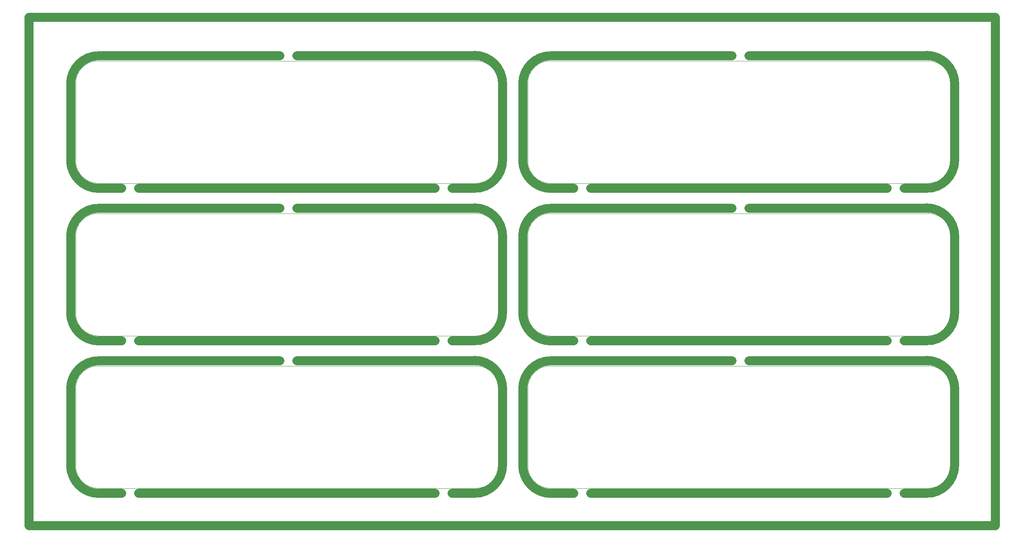
<source format=gbr>
G04 #@! TF.FileFunction,Profile,NP*
%FSLAX46Y46*%
G04 Gerber Fmt 4.6, Leading zero omitted, Abs format (unit mm)*
G04 Created by KiCad (PCBNEW (2015-01-16 BZR 5376)-product) date 23/06/2015 15:38:06*
%MOMM*%
G01*
G04 APERTURE LIST*
%ADD10C,0.100000*%
%ADD11C,2.000000*%
G04 APERTURE END LIST*
D10*
D11*
X250190000Y-58420000D02*
X250190000Y-64770000D01*
X250190000Y-172720000D02*
X250190000Y-167640000D01*
X33020000Y-172720000D02*
X33020000Y-167640000D01*
X33020000Y-58420000D02*
X33020000Y-64770000D01*
X33020000Y-63500000D02*
X33020000Y-168910000D01*
X250190000Y-168910000D02*
X250190000Y-63500000D01*
X250190000Y-58420000D02*
X33020000Y-58420000D01*
X33020000Y-172720000D02*
X250190000Y-172720000D01*
D10*
X150158000Y-68236000D02*
X235158000Y-68236000D01*
X240158000Y-73236000D02*
G75*
G03X235158000Y-68236000I-5000000J0D01*
G01*
X150158000Y-68236000D02*
G75*
G03X145158000Y-73236000I0J-5000000D01*
G01*
X235158000Y-95736000D02*
G75*
G03X240158000Y-90736000I0J5000000D01*
G01*
X150158000Y-95736000D02*
X235158000Y-95736000D01*
X145158000Y-90736000D02*
G75*
G03X150158000Y-95736000I5000000J0D01*
G01*
X240158000Y-73236000D02*
X240158000Y-90736000D01*
X145158000Y-73236000D02*
X145158000Y-90736000D01*
D11*
X150368000Y-67056000D02*
G75*
G03X144018000Y-73406000I0J-6350000D01*
G01*
X144018000Y-73406000D02*
X144018000Y-91186000D01*
X234721400Y-96901000D02*
G75*
G03X241071400Y-90551000I0J6350000D01*
G01*
X234734100Y-66992500D02*
G75*
G02X241084100Y-73342500I0J-6350000D01*
G01*
X150368000Y-96901000D02*
G75*
G02X144018000Y-90551000I0J6350000D01*
G01*
X241046000Y-73406000D02*
X241046000Y-90551000D01*
X150368000Y-96901000D02*
X155448000Y-96901000D01*
X150368000Y-67056000D02*
X191008000Y-67056000D01*
X194818000Y-67056000D02*
X235458000Y-67056000D01*
X159258000Y-96901000D02*
X225933000Y-96901000D01*
X234823000Y-96901000D02*
X229743000Y-96901000D01*
X234823000Y-131191000D02*
X229743000Y-131191000D01*
X159258000Y-131191000D02*
X225933000Y-131191000D01*
X194818000Y-101346000D02*
X235458000Y-101346000D01*
X150368000Y-101346000D02*
X191008000Y-101346000D01*
X150368000Y-131191000D02*
X155448000Y-131191000D01*
X241046000Y-107696000D02*
X241046000Y-124841000D01*
X150368000Y-131191000D02*
G75*
G02X144018000Y-124841000I0J6350000D01*
G01*
X234734100Y-101282500D02*
G75*
G02X241084100Y-107632500I0J-6350000D01*
G01*
X234721400Y-131191000D02*
G75*
G03X241071400Y-124841000I0J6350000D01*
G01*
X144018000Y-107696000D02*
X144018000Y-125476000D01*
X150368000Y-101346000D02*
G75*
G03X144018000Y-107696000I0J-6350000D01*
G01*
D10*
X145158000Y-107526000D02*
X145158000Y-125026000D01*
X240158000Y-107526000D02*
X240158000Y-125026000D01*
X145158000Y-125026000D02*
G75*
G03X150158000Y-130026000I5000000J0D01*
G01*
X150158000Y-130026000D02*
X235158000Y-130026000D01*
X235158000Y-130026000D02*
G75*
G03X240158000Y-125026000I0J5000000D01*
G01*
X150158000Y-102526000D02*
G75*
G03X145158000Y-107526000I0J-5000000D01*
G01*
X240158000Y-107526000D02*
G75*
G03X235158000Y-102526000I-5000000J0D01*
G01*
X150158000Y-102526000D02*
X235158000Y-102526000D01*
X150158000Y-136816000D02*
X235158000Y-136816000D01*
X240158000Y-141816000D02*
G75*
G03X235158000Y-136816000I-5000000J0D01*
G01*
X150158000Y-136816000D02*
G75*
G03X145158000Y-141816000I0J-5000000D01*
G01*
X235158000Y-164316000D02*
G75*
G03X240158000Y-159316000I0J5000000D01*
G01*
X150158000Y-164316000D02*
X235158000Y-164316000D01*
X145158000Y-159316000D02*
G75*
G03X150158000Y-164316000I5000000J0D01*
G01*
X240158000Y-141816000D02*
X240158000Y-159316000D01*
X145158000Y-141816000D02*
X145158000Y-159316000D01*
D11*
X150368000Y-135636000D02*
G75*
G03X144018000Y-141986000I0J-6350000D01*
G01*
X144018000Y-141986000D02*
X144018000Y-159766000D01*
X234721400Y-165481000D02*
G75*
G03X241071400Y-159131000I0J6350000D01*
G01*
X234734100Y-135572500D02*
G75*
G02X241084100Y-141922500I0J-6350000D01*
G01*
X150368000Y-165481000D02*
G75*
G02X144018000Y-159131000I0J6350000D01*
G01*
X241046000Y-141986000D02*
X241046000Y-159131000D01*
X150368000Y-165481000D02*
X155448000Y-165481000D01*
X150368000Y-135636000D02*
X191008000Y-135636000D01*
X194818000Y-135636000D02*
X235458000Y-135636000D01*
X159258000Y-165481000D02*
X225933000Y-165481000D01*
X234823000Y-165481000D02*
X229743000Y-165481000D01*
X133223000Y-165481000D02*
X128143000Y-165481000D01*
X57658000Y-165481000D02*
X124333000Y-165481000D01*
X93218000Y-135636000D02*
X133858000Y-135636000D01*
X48768000Y-135636000D02*
X89408000Y-135636000D01*
X48768000Y-165481000D02*
X53848000Y-165481000D01*
X139446000Y-141986000D02*
X139446000Y-159131000D01*
X48768000Y-165481000D02*
G75*
G02X42418000Y-159131000I0J6350000D01*
G01*
X133134100Y-135572500D02*
G75*
G02X139484100Y-141922500I0J-6350000D01*
G01*
X133121400Y-165481000D02*
G75*
G03X139471400Y-159131000I0J6350000D01*
G01*
X42418000Y-141986000D02*
X42418000Y-159766000D01*
X48768000Y-135636000D02*
G75*
G03X42418000Y-141986000I0J-6350000D01*
G01*
D10*
X43558000Y-141816000D02*
X43558000Y-159316000D01*
X138558000Y-141816000D02*
X138558000Y-159316000D01*
X43558000Y-159316000D02*
G75*
G03X48558000Y-164316000I5000000J0D01*
G01*
X48558000Y-164316000D02*
X133558000Y-164316000D01*
X133558000Y-164316000D02*
G75*
G03X138558000Y-159316000I0J5000000D01*
G01*
X48558000Y-136816000D02*
G75*
G03X43558000Y-141816000I0J-5000000D01*
G01*
X138558000Y-141816000D02*
G75*
G03X133558000Y-136816000I-5000000J0D01*
G01*
X48558000Y-136816000D02*
X133558000Y-136816000D01*
X48558000Y-102526000D02*
X133558000Y-102526000D01*
X138558000Y-107526000D02*
G75*
G03X133558000Y-102526000I-5000000J0D01*
G01*
X48558000Y-102526000D02*
G75*
G03X43558000Y-107526000I0J-5000000D01*
G01*
X133558000Y-130026000D02*
G75*
G03X138558000Y-125026000I0J5000000D01*
G01*
X48558000Y-130026000D02*
X133558000Y-130026000D01*
X43558000Y-125026000D02*
G75*
G03X48558000Y-130026000I5000000J0D01*
G01*
X138558000Y-107526000D02*
X138558000Y-125026000D01*
X43558000Y-107526000D02*
X43558000Y-125026000D01*
D11*
X48768000Y-101346000D02*
G75*
G03X42418000Y-107696000I0J-6350000D01*
G01*
X42418000Y-107696000D02*
X42418000Y-125476000D01*
X133121400Y-131191000D02*
G75*
G03X139471400Y-124841000I0J6350000D01*
G01*
X133134100Y-101282500D02*
G75*
G02X139484100Y-107632500I0J-6350000D01*
G01*
X48768000Y-131191000D02*
G75*
G02X42418000Y-124841000I0J6350000D01*
G01*
X139446000Y-107696000D02*
X139446000Y-124841000D01*
X48768000Y-131191000D02*
X53848000Y-131191000D01*
X48768000Y-101346000D02*
X89408000Y-101346000D01*
X93218000Y-101346000D02*
X133858000Y-101346000D01*
X57658000Y-131191000D02*
X124333000Y-131191000D01*
X133223000Y-131191000D02*
X128143000Y-131191000D01*
X133223000Y-96901000D02*
X128143000Y-96901000D01*
X57658000Y-96901000D02*
X124333000Y-96901000D01*
X93218000Y-67056000D02*
X133858000Y-67056000D01*
X48768000Y-67056000D02*
X89408000Y-67056000D01*
X48768000Y-96901000D02*
X53848000Y-96901000D01*
X139446000Y-73406000D02*
X139446000Y-90551000D01*
X48768000Y-96901000D02*
G75*
G02X42418000Y-90551000I0J6350000D01*
G01*
X133134100Y-66992500D02*
G75*
G02X139484100Y-73342500I0J-6350000D01*
G01*
X133121400Y-96901000D02*
G75*
G03X139471400Y-90551000I0J6350000D01*
G01*
X42418000Y-73406000D02*
X42418000Y-91186000D01*
X48768000Y-67056000D02*
G75*
G03X42418000Y-73406000I0J-6350000D01*
G01*
D10*
X43558000Y-73236000D02*
X43558000Y-90736000D01*
X138558000Y-73236000D02*
X138558000Y-90736000D01*
X43558000Y-90736000D02*
G75*
G03X48558000Y-95736000I5000000J0D01*
G01*
X48558000Y-95736000D02*
X133558000Y-95736000D01*
X133558000Y-95736000D02*
G75*
G03X138558000Y-90736000I0J5000000D01*
G01*
X48558000Y-68236000D02*
G75*
G03X43558000Y-73236000I0J-5000000D01*
G01*
X138558000Y-73236000D02*
G75*
G03X133558000Y-68236000I-5000000J0D01*
G01*
X48558000Y-68236000D02*
X133558000Y-68236000D01*
M02*

</source>
